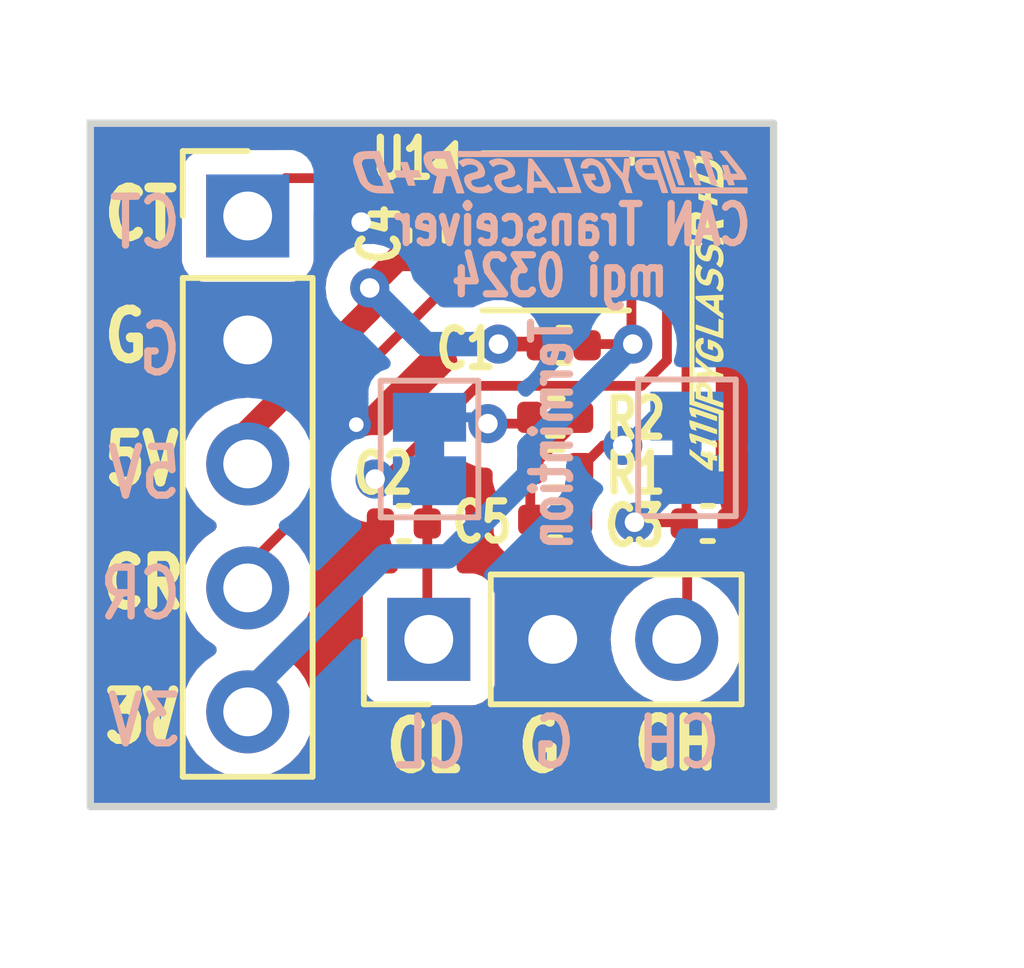
<source format=kicad_pcb>
(kicad_pcb (version 20221018) (generator pcbnew)
  (layers (0 "F.Cu" signal) (31 "B.Cu" signal) (34 "B.Paste" user) (35 "F.Paste" user) (36 "B.SilkS" user "B.Silkscreen") (37 "F.SilkS" user "F.Silkscreen") (38 "B.Mask" user) (39 "F.Mask" user) (44 "Edge.Cuts" user))
  (net 0 "")
  (net 1 "+4V")
  (net 2 "+3V3")
  (net 3 "GND")
  (net 4 "/CAN_TX")
  (net 5 "/CAN_RX")
  (net 6 "Net-(JP1-A)")
  (net 7 "Net-(JP2-B)")
  (net 8 "Net-(C5-Pad2)")
  (net 9 "/CL")
  (net 10 "/CH")
  (footprint "Package_DFN_QFN:DFN-8-1EP_3x3mm_P0.65mm_EP1.55x2.4mm" (layer "F.Cu") (at 83.3375 86.775)
    (fp_text reference "U1" (at -3.1375 -1.5) (layer "F.SilkS") (effects (font (size 0.8 0.6))))
    (fp_text value "TJA1051TK-3")
    (pad "1" smd rect (at -1.55 -0.975) (size 0.65 0.35) (layers "F.Cu" "F.Paste" "F.Mask") (net 4 "/CAN_TX"))
    (pad "2" smd rect (at -1.55 -0.325) (size 0.65 0.35) (layers "F.Cu" "F.Paste" "F.Mask") (net 3 "GND"))
    (pad "3" smd rect (at -1.55 0.325) (size 0.65 0.35) (layers "F.Cu" "F.Paste" "F.Mask") (net 1 "+4V"))
    (pad "4" smd rect (at -1.55 0.975) (size 0.65 0.35) (layers "F.Cu" "F.Paste" "F.Mask") (net 5 "/CAN_RX"))
    (pad "5" smd rect (at 1.55 0.975) (size 0.65 0.35) (layers "F.Cu" "F.Paste" "F.Mask") (net 2 "+3V3"))
    (pad "6" smd rect (at 1.55 0.325) (size 0.65 0.35) (layers "F.Cu" "F.Paste" "F.Mask") (net 9 "/CL"))
    (pad "7" smd rect (at 1.55 -0.325) (size 0.65 0.35) (layers "F.Cu" "F.Paste" "F.Mask") (net 10 "/CH"))
    (pad "8" smd rect (at 1.55 -0.975) (size 0.65 0.35) (layers "F.Cu" "F.Paste" "F.Mask") (net 3 "GND"))
    (pad "9" smd rect (at 0 0) (size 1.55 2.4) (layers "F.Cu" "F.Mask") (net 3 "GND"))
  )
  (footprint "Library:spyglass08" (layer "F.Cu") (at 87.17671 88.333648 90)
    (fp_text reference "G***" hide)
    (fp_text value "LOGO" hide)
  )
  (footprint "Resistor_SMD:R_0402_1005Metric" (layer "F.Cu") (at 83.325 90.575 180)
    (fp_text reference "R2" (at -1.65 -0.025) (layer "F.SilkS") (effects (font (size 0.8 0.6))))
    (fp_text value "60")
    (pad "1" smd roundrect (at -0.51 0 180) (size 0.54 0.64) (layers "F.Cu" "F.Paste" "F.Mask") (net 8 "Net-(C5-Pad2)"))
    (pad "2" smd roundrect (at 0.51 0 180) (size 0.54 0.64) (layers "F.Cu" "F.Paste" "F.Mask") (net 7 "Net-(JP2-B)"))
  )
  (footprint "Capacitor_SMD:C_0402_1005Metric" (layer "F.Cu") (at 83.325 92.675 180)
    (fp_text reference "C5" (at 1.5 -0.05) (layer "F.SilkS") (effects (font (size 0.8 0.6))))
    (fp_text value "4n7")
    (pad "1" smd roundrect (at -0.48 0 180) (size 0.56 0.62) (layers "F.Cu" "F.Paste" "F.Mask") (net 3 "GND"))
    (pad "2" smd roundrect (at 0.48 0 180) (size 0.56 0.62) (layers "F.Cu" "F.Paste" "F.Mask") (net 8 "Net-(C5-Pad2)"))
  )
  (footprint "Capacitor_SMD:C_0402_1005Metric" (layer "F.Cu") (at 86.45 92.75)
    (fp_text reference "C3" (at -1.5 0.05) (layer "F.SilkS") (effects (font (size 0.8 0.6))))
    (fp_text value "100p")
    (pad "1" smd roundrect (at -0.48 0) (size 0.56 0.62) (layers "F.Cu" "F.Paste" "F.Mask") (net 10 "/CH"))
    (pad "2" smd roundrect (at 0.48 0) (size 0.56 0.62) (layers "F.Cu" "F.Paste" "F.Mask") (net 3 "GND"))
  )
  (footprint "Connector_PinHeader_2.54mm:PinHeader_1x03_P2.54mm_Vertical" (layer "F.Cu") (at 80.735 95.125 90)
    (fp_text reference "J2" hide)
    (fp_text value "Conn_01x03_Pin")
    (pad "1" thru_hole rect (at 0 0 90) (size 1.7 1.7) (drill 1) (layers "*.Cu" "*.Mask") (net 9 "/CL"))
    (pad "2" thru_hole oval (at 0 2.54 90) (size 1.7 1.7) (drill 1) (layers "*.Cu" "*.Mask") (net 3 "GND"))
    (pad "3" thru_hole oval (at 0 5.08 90) (size 1.7 1.7) (drill 1) (layers "*.Cu" "*.Mask") (net 10 "/CH"))
  )
  (footprint "Capacitor_SMD:C_0402_1005Metric" (layer "F.Cu") (at 83.5 89.1)
    (fp_text reference "C1" (at -2 0.075) (layer "F.SilkS") (effects (font (size 0.8 0.6))))
    (fp_text value "100n")
    (pad "1" smd roundrect (at -0.48 0) (size 0.56 0.62) (layers "F.Cu" "F.Paste" "F.Mask") (net 1 "+4V"))
    (pad "2" smd roundrect (at 0.48 0) (size 0.56 0.62) (layers "F.Cu" "F.Paste" "F.Mask") (net 2 "+3V3"))
  )
  (footprint "Resistor_SMD:R_0402_1005Metric" (layer "F.Cu") (at 83.325 91.625 180)
    (fp_text reference "R1" (at -1.65 -0.1) (layer "F.SilkS") (effects (font (size 0.8 0.6))))
    (fp_text value "60")
    (pad "1" smd roundrect (at -0.51 0 180) (size 0.54 0.64) (layers "F.Cu" "F.Paste" "F.Mask") (net 6 "Net-(JP1-A)"))
    (pad "2" smd roundrect (at 0.51 0 180) (size 0.54 0.64) (layers "F.Cu" "F.Paste" "F.Mask") (net 8 "Net-(C5-Pad2)"))
  )
  (footprint "Connector_PinHeader_2.54mm:PinHeader_1x05_P2.54mm_Vertical" (layer "F.Cu") (at 77.025 86.45)
    (fp_text reference "J1" hide)
    (fp_text value "Conn_01x05_Pin" hide)
    (pad "1" thru_hole rect (at 0 0) (size 1.7 1.7) (drill 1) (layers "*.Cu" "*.Mask") (net 4 "/CAN_TX"))
    (pad "2" thru_hole oval (at 0 2.54) (size 1.7 1.7) (drill 1) (layers "*.Cu" "*.Mask") (net 3 "GND"))
    (pad "3" thru_hole oval (at 0 5.08) (size 1.7 1.7) (drill 1) (layers "*.Cu" "*.Mask") (net 1 "+4V"))
    (pad "4" thru_hole oval (at 0 7.62) (size 1.7 1.7) (drill 1) (layers "*.Cu" "*.Mask") (net 5 "/CAN_RX"))
    (pad "5" thru_hole oval (at 0 10.16) (size 1.7 1.7) (drill 1) (layers "*.Cu" "*.Mask") (net 2 "+3V3"))
  )
  (footprint "Capacitor_SMD:C_0402_1005Metric" (layer "F.Cu") (at 80.225 92.75 180)
    (fp_text reference "C2" (at 0.425 1.025) (layer "F.SilkS") (effects (font (size 0.8 0.6))))
    (fp_text value "100p")
    (pad "1" smd roundrect (at -0.48 0 180) (size 0.56 0.62) (layers "F.Cu" "F.Paste" "F.Mask") (net 9 "/CL"))
    (pad "2" smd roundrect (at 0.48 0 180) (size 0.56 0.62) (layers "F.Cu" "F.Paste" "F.Mask") (net 3 "GND"))
  )
  (footprint "Capacitor_SMD:C_0402_1005Metric" (layer "F.Cu") (at 80.7 86.85 90)
    (fp_text reference "C4" (at 0.025 -0.975 90) (layer "F.SilkS") (effects (font (size 0.8 0.6))))
    (fp_text value "100n")
    (pad "1" smd roundrect (at -0.48 0 90) (size 0.56 0.62) (layers "F.Cu" "F.Paste" "F.Mask") (net 1 "+4V"))
    (pad "2" smd roundrect (at 0.48 0 90) (size 0.56 0.62) (layers "F.Cu" "F.Paste" "F.Mask") (net 3 "GND"))
  )
  (footprint "Jumper:SolderJumper-2_P1.3mm_Bridged_Pad1.0x1.5mm" (layer "B.Cu") (at 86.025 91.2 -90)
    (fp_text reference "JP1" hide)
    (fp_text value "CAN Termination")
    (fp_poly (pts (xy -0.25 0.3) (xy 0.25 0.3) (xy 0.25 -0.3) (xy -0.25 -0.3)) (fill solid) (layer "B.Cu"))
    (pad "1" smd rect (at -0.65 0 270) (size 1 1.5) (layers "B.Cu" "B.Mask") (net 6 "Net-(JP1-A)"))
    (pad "2" smd rect (at 0.65 0 270) (size 1 1.5) (layers "B.Cu" "B.Mask") (net 10 "/CH"))
  )
  (footprint "Library:spyglass10" (layer "B.Cu") (at 83.079551 86.489511 180)
    (fp_text reference "G***" hide)
    (fp_text value "LOGO" hide)
  )
  (footprint "Jumper:SolderJumper-2_P1.3mm_Bridged_Pad1.0x1.5mm" (layer "B.Cu") (at 80.75 91.225 90)
    (fp_text reference "JP2" hide)
    (fp_text value "CAN Termination")
    (fp_poly (pts (xy -0.25 0.3) (xy 0.25 0.3) (xy 0.25 -0.3) (xy -0.25 -0.3)) (fill solid) (layer "B.Cu"))
    (pad "1" smd rect (at -0.65 0 90) (size 1 1.5) (layers "B.Cu" "B.Mask") (net 9 "/CL"))
    (pad "2" smd rect (at 0.65 0 90) (size 1 1.5) (layers "B.Cu" "B.Mask") (net 7 "Net-(JP2-B)"))
  )
  (gr_rect (start 73.8 84.55) (end 87.8 98.55) (stroke (width 0.15)) (fill none) (layer "Edge.Cuts"))
  (gr_text "G" (at 75.725 89.775) (layer "B.SilkS") (effects (font (size 1 0.8)) (justify left bottom mirror)))
  (gr_text "3V" (at 75.725 97.375) (layer "B.SilkS") (effects (font (size 1 0.8)) (justify left bottom mirror)))
  (gr_text "CR" (at 75.725 94.775) (layer "B.SilkS") (effects (font (size 1 0.8)) (justify left bottom mirror)))
  (gr_text "Termintion" (at 83.725 88.475 90) (layer "B.SilkS") (effects (font (size 0.8 0.6)) (justify left bottom mirror)))
  (gr_text "CH" (at 86.775 97.825) (layer "B.SilkS") (effects (font (size 1 0.8)) (justify left bottom mirror)))
  (gr_text "CT" (at 75.725 87.175) (layer "B.SilkS") (effects (font (size 1 0.8)) (justify left bottom mirror)))
  (gr_text "CAN Transceiver" (at 87.4 87.1) (layer "B.SilkS") (effects (font (size 0.8 0.6)) (justify left bottom mirror)))
  (gr_text "CL" (at 81.6 97.825) (layer "B.SilkS") (effects (font (size 1 0.8)) (justify left bottom mirror)))
  (gr_text "5V" (at 75.725 92.3) (layer "B.SilkS") (effects (font (size 1 0.8)) (justify left bottom mirror)))
  (gr_text "mgi 0324" (at 85.7 88.15) (layer "B.SilkS") (effects (font (size 0.8 0.6)) (justify left bottom mirror)))
  (gr_text "G" (at 83.8 97.825) (layer "B.SilkS") (effects (font (size 1 0.8)) (justify left bottom mirror)))
  (gr_text "CR" (at 73.95 94.55) (layer "F.SilkS") (effects (font (size 1 0.8) (thickness 0.2) bold) (justify left bottom)))
  (gr_text "CT" (at 74 87) (layer "F.SilkS") (effects (font (size 1 0.8) (thickness 0.2) bold) (justify left bottom)))
  (gr_text "G" (at 74 89.5) (layer "F.SilkS") (effects (font (size 1 0.8) (thickness 0.2) bold) (justify left bottom)))
  (gr_text "CL" (at 79.775 97.9) (layer "F.SilkS") (effects (font (size 1 0.8) (thickness 0.2) bold) (justify left bottom)))
  (gr_text "CH\n" (at 84.85 97.85) (layer "F.SilkS") (effects (font (size 1 0.8) (thickness 0.2) bold) (justify left bottom)))
  (gr_text "3V" (at 74 97.3) (layer "F.SilkS") (effects (font (size 1 0.8) (thickness 0.2) bold) (justify left bottom)))
  (gr_text "5V" (at 74 92.025) (layer "F.SilkS") (effects (font (size 1 0.8) (thickness 0.2) bold) (justify left bottom)))
  (gr_text "G" (at 82.475 97.9) (layer "F.SilkS") (effects (font (size 1 0.8) (thickness 0.2) bold) (justify left bottom)))
  (segment (start 80.7 87.33) (end 80.93 87.1) (width 0.3) (layer "F.Cu") (net 1))
  (segment (start 77.025 90.875) (end 79.525 88.375) (width 0.5) (layer "F.Cu") (net 1))
  (segment (start 77.025 91.53) (end 77.025 90.875) (width 0.5) (layer "F.Cu") (net 1))
  (segment (start 80.93 87.1) (end 81.7875 87.1) (width 0.3) (layer "F.Cu") (net 1))
  (segment (start 79.525 87.9) (end 80.095 87.33) (width 0.5) (layer "F.Cu") (net 1))
  (segment (start 79.525 88.375) (end 79.525 87.925) (width 0.5) (layer "F.Cu") (net 1))
  (segment (start 82.995 89.075) (end 83.02 89.1) (width 0.3) (layer "F.Cu") (net 1))
  (segment (start 80.095 87.33) (end 80.7 87.33) (width 0.5) (layer "F.Cu") (net 1))
  (segment (start 82.163787 89.075) (end 82.995 89.075) (width 0.3) (layer "F.Cu") (net 1))
  (segment (start 79.525 87.925) (end 79.525 87.9) (width 0.5) (layer "F.Cu") (net 1))
  (via (at 79.525 87.925) (size 0.8) (drill 0.4) (layers "F.Cu" "B.Cu") (net 1))
  (via (at 82.163787 89.075) (size 0.8) (drill 0.4) (layers "F.Cu" "B.Cu") (net 1))
  (segment (start 79.525 87.925) (end 80.675 89.075) (width 0.5) (layer "B.Cu") (net 1))
  (segment (start 80.675 89.075) (end 82.163787 89.075) (width 0.5) (layer "B.Cu") (net 1))
  (segment (start 84.915 89.075) (end 84.005 89.075) (width 0.2) (layer "F.Cu") (net 2))
  (segment (start 84.8875 87.75) (end 84.8875 89.0475) (width 0.2) (layer "F.Cu") (net 2))
  (segment (start 84.8875 89.0475) (end 84.915 89.075) (width 0.2) (layer "F.Cu") (net 2))
  (segment (start 84.005 89.075) (end 83.98 89.1) (width 0.2) (layer "F.Cu") (net 2))
  (via (at 84.915 89.075) (size 0.8) (drill 0.4) (layers "F.Cu" "B.Cu") (net 2))
  (segment (start 84.915 89.075) (end 82.795837 91.194163) (width 0.5) (layer "B.Cu") (net 2))
  (segment (start 82.795837 91.754163) (end 81.125 93.425) (width 0.5) (layer "B.Cu") (net 2))
  (segment (start 79.835 93.425) (end 77.025 96.235) (width 0.5) (layer "B.Cu") (net 2))
  (segment (start 77.025 96.235) (end 77.025 96.61) (width 0.5) (layer "B.Cu") (net 2))
  (segment (start 81.125 93.425) (end 79.835 93.425) (width 0.5) (layer "B.Cu") (net 2))
  (segment (start 82.795837 91.194163) (end 82.795837 91.754163) (width 0.5) (layer "B.Cu") (net 2))
  (segment (start 80.7 86.37) (end 80.78 86.45) (width 0.3) (layer "F.Cu") (net 3))
  (segment (start 79.555 86.37) (end 79.35 86.575) (width 0.2) (layer "F.Cu") (net 3))
  (segment (start 79.475 86.45) (end 79.35 86.575) (width 0.3) (layer "F.Cu") (net 3))
  (segment (start 83.0125 86.45) (end 83.3375 86.775) (width 0.3) (layer "F.Cu") (net 3))
  (segment (start 81.7375 86.4) (end 81.7875 86.45) (width 0.2) (layer "F.Cu") (net 3))
  (segment (start 80.62 86.45) (end 79.475 86.45) (width 0.3) (layer "F.Cu") (net 3))
  (segment (start 81.7875 86.45) (end 83.0125 86.45) (width 0.3) (layer "F.Cu") (net 3))
  (segment (start 80.78 86.45) (end 81.7875 86.45) (width 0.3) (layer "F.Cu") (net 3))
  (segment (start 80.7 86.37) (end 80.62 86.45) (width 0.3) (layer "F.Cu") (net 3))
  (via (at 79.25 90.725) (size 0.6) (drill 0.3) (layers "F.Cu" "B.Cu") (net 3))
  (via (at 79.35 86.575) (size 0.8) (drill 0.4) (layers "F.Cu" "B.Cu") (net 3))
  (segment (start 77.8 85.675) (end 81.6625 85.675) (width 0.2) (layer "F.Cu") (net 4))
  (segment (start 77.025 86.45) (end 77.8 85.675) (width 0.2) (layer "F.Cu") (net 4))
  (segment (start 81.6625 85.675) (end 81.7875 85.8) (width 0.2) (layer "F.Cu") (net 4))
  (segment (start 78.55 92.1) (end 78.55 90.45) (width 0.2) (layer "F.Cu") (net 5))
  (segment (start 78.55 90.45) (end 81.25 87.75) (width 0.2) (layer "F.Cu") (net 5))
  (segment (start 77.025 93.625) (end 78.55 92.1) (width 0.2) (layer "F.Cu") (net 5))
  (segment (start 81.25 87.75) (end 81.7875 87.75) (width 0.2) (layer "F.Cu") (net 5))
  (segment (start 77.025 94.07) (end 77.025 93.625) (width 0.2) (layer "F.Cu") (net 5))
  (segment (start 84.709204 91.150307) (end 84.309693 91.150307) (width 0.2) (layer "F.Cu") (net 6))
  (segment (start 84.309693 91.150307) (end 83.835 91.625) (width 0.2) (layer "F.Cu") (net 6))
  (via (at 84.709204 91.150307) (size 0.8) (drill 0.4) (layers "F.Cu" "B.Cu") (net 6))
  (segment (start 85.309511 90.55) (end 84.709204 91.150307) (width 0.2) (layer "B.Cu") (net 6))
  (segment (start 86.025 90.55) (end 85.309511 90.55) (width 0.2) (layer "B.Cu") (net 6))
  (segment (start 82.6852 90.7048) (end 82.815 90.575) (width 0.2) (layer "F.Cu") (net 7))
  (segment (start 81.945837 90.7048) (end 82.6852 90.7048) (width 0.2) (layer "F.Cu") (net 7))
  (via (at 81.945837 90.7048) (size 0.8) (drill 0.4) (layers "F.Cu" "B.Cu") (net 7))
  (segment (start 81.816037 90.575) (end 81.945837 90.7048) (width 0.2) (layer "B.Cu") (net 7))
  (segment (start 80.75 90.575) (end 81.816037 90.575) (width 0.2) (layer "B.Cu") (net 7))
  (segment (start 83.835 90.605) (end 82.815 91.625) (width 0.2) (layer "F.Cu") (net 8))
  (segment (start 82.815 91.625) (end 82.815 92.645) (width 0.2) (layer "F.Cu") (net 8))
  (segment (start 82.815 92.645) (end 82.845 92.675) (width 0.2) (layer "F.Cu") (net 8))
  (segment (start 83.835 90.575) (end 83.835 90.605) (width 0.2) (layer "F.Cu") (net 8))
  (segment (start 79.635196 91.603885) (end 79.663267 91.575814) (width 0.2) (layer "F.Cu") (net 9))
  (segment (start 85.615 89.41) (end 85.615 87.3025) (width 0.2) (layer "F.Cu") (net 9))
  (segment (start 85.094657 89.930343) (end 85.615 89.41) (width 0.2) (layer "F.Cu") (net 9))
  (segment (start 80.705 92.925) (end 80.705 90.955686) (width 0.2) (layer "F.Cu") (net 9))
  (segment (start 85.4125 87.1) (end 84.8875 87.1) (width 0.2) (layer "F.Cu") (net 9))
  (segment (start 85.615 87.3025) (end 85.4125 87.1) (width 0.2) (layer "F.Cu") (net 9))
  (segment (start 80.705 95.62) (end 80.65 95.675) (width 0.2) (layer "F.Cu") (net 9))
  (segment (start 81.730343 89.930343) (end 85.094657 89.930343) (width 0.2) (layer "F.Cu") (net 9))
  (segment (start 80.705 90.955686) (end 81.730343 89.930343) (width 0.2) (layer "F.Cu") (net 9))
  (segment (start 79.635196 91.840001) (end 79.820685 91.840001) (width 0.2) (layer "F.Cu") (net 9))
  (segment (start 79.635196 91.840001) (end 79.635196 91.603885) (width 0.2) (layer "F.Cu") (net 9))
  (segment (start 79.820685 91.840001) (end 80.705 90.955686) (width 0.2) (layer "F.Cu") (net 9))
  (segment (start 80.705 92.925) (end 80.705 95.62) (width 0.2) (layer "F.Cu") (net 9))
  (via (at 79.635196 91.840001) (size 0.8) (drill 0.4) (layers "F.Cu" "B.Cu") (net 9))
  (segment (start 79.635196 91.840001) (end 80.715001 91.840001) (width 0.2) (layer "B.Cu") (net 9))
  (segment (start 80.715001 91.840001) (end 80.75 91.875) (width 0.2) (layer "B.Cu") (net 9))
  (segment (start 85.4125 86.45) (end 84.8875 86.45) (width 0.2) (layer "F.Cu") (net 10))
  (segment (start 85.995 92.725) (end 86.015 92.705) (width 0.2) (layer "F.Cu") (net 10))
  (segment (start 85.945 92.725) (end 86.03 92.81) (width 0.2) (layer "F.Cu") (net 10))
  (segment (start 86.03 95.375) (end 85.73 95.675) (width 0.2) (layer "F.Cu") (net 10))
  (segment (start 86.015 87.0525) (end 85.4125 86.45) (width 0.2) (layer "F.Cu") (net 10))
  (segment (start 84.95 92.725) (end 85.995 92.725) (width 0.2) (layer "F.Cu") (net 10))
  (segment (start 86.03 92.81) (end 86.03 95.375) (width 0.2) (layer "F.Cu") (net 10))
  (segment (start 86.015 92.705) (end 86.015 87.0525) (width 0.2) (layer "F.Cu") (net 10))
  (via (at 84.95 92.725) (size 0.8) (drill 0.4) (layers "F.Cu" "B.Cu") (net 10))
  (segment (start 84.95 92.725) (end 85.15 92.725) (width 0.2) (layer "B.Cu") (net 10))
  (segment (start 85.15 92.725) (end 86.025 91.85) (width 0.2) (layer "B.Cu") (net 10))
  (zone (net 3) (net_name "GND") (layer "F.Cu") (priority 1) (connect_pads yes (clearance 0.5)) (min_thickness 0.25) (fill yes (thermal_gap 0.5) (thermal_bridge_width 0.5))
    (polygon (pts (xy 72.175 82.025) (xy 71.95 101.5) (xy 92.25 101.875) (xy 92.95 82.8)))
  )
  (zone (net 3) (net_name "GND") (layer "B.Cu") (name "GND Back") (priority 1) (connect_pads yes (clearance 0.5)) (min_thickness 0.25) (fill yes (thermal_gap 0.5) (thermal_bridge_width 0.5))
    (polygon (pts (xy 72.275 82.075) (xy 72.175 101.325) (xy 92.1 101.75) (xy 92.775 83)))
  )
)
</source>
